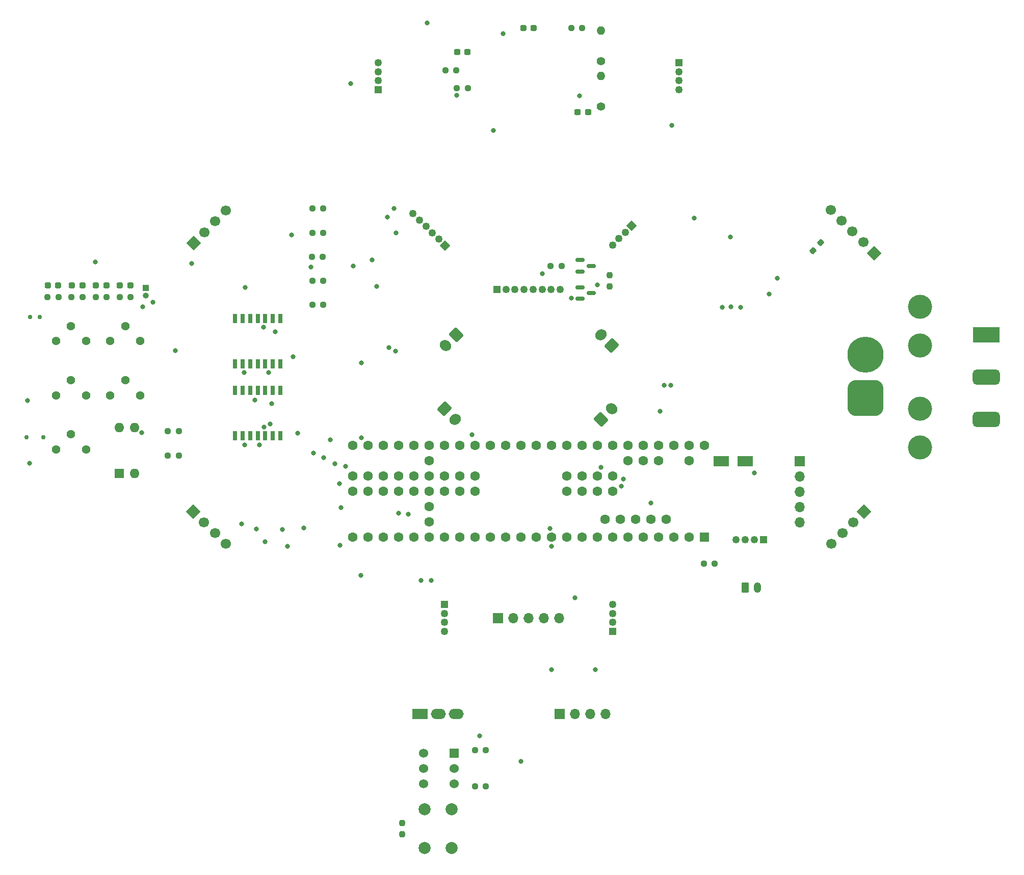
<source format=gts>
G04 #@! TF.GenerationSoftware,KiCad,Pcbnew,(6.0.1)*
G04 #@! TF.CreationDate,2022-02-25T12:40:39+09:00*
G04 #@! TF.ProjectId,main20220221,6d61696e-3230-4323-9230-3232312e6b69,rev?*
G04 #@! TF.SameCoordinates,Original*
G04 #@! TF.FileFunction,Soldermask,Top*
G04 #@! TF.FilePolarity,Negative*
%FSLAX46Y46*%
G04 Gerber Fmt 4.6, Leading zero omitted, Abs format (unit mm)*
G04 Created by KiCad (PCBNEW (6.0.1)) date 2022-02-25 12:40:39*
%MOMM*%
%LPD*%
G01*
G04 APERTURE LIST*
G04 Aperture macros list*
%AMRoundRect*
0 Rectangle with rounded corners*
0 $1 Rounding radius*
0 $2 $3 $4 $5 $6 $7 $8 $9 X,Y pos of 4 corners*
0 Add a 4 corners polygon primitive as box body*
4,1,4,$2,$3,$4,$5,$6,$7,$8,$9,$2,$3,0*
0 Add four circle primitives for the rounded corners*
1,1,$1+$1,$2,$3*
1,1,$1+$1,$4,$5*
1,1,$1+$1,$6,$7*
1,1,$1+$1,$8,$9*
0 Add four rect primitives between the rounded corners*
20,1,$1+$1,$2,$3,$4,$5,0*
20,1,$1+$1,$4,$5,$6,$7,0*
20,1,$1+$1,$6,$7,$8,$9,0*
20,1,$1+$1,$8,$9,$2,$3,0*%
%AMHorizOval*
0 Thick line with rounded ends*
0 $1 width*
0 $2 $3 position (X,Y) of the first rounded end (center of the circle)*
0 $4 $5 position (X,Y) of the second rounded end (center of the circle)*
0 Add line between two ends*
20,1,$1,$2,$3,$4,$5,0*
0 Add two circle primitives to create the rounded ends*
1,1,$1,$2,$3*
1,1,$1,$4,$5*%
%AMRotRect*
0 Rectangle, with rotation*
0 The origin of the aperture is its center*
0 $1 length*
0 $2 width*
0 $3 Rotation angle, in degrees counterclockwise*
0 Add horizontal line*
21,1,$1,$2,0,0,$3*%
G04 Aperture macros list end*
%ADD10RoundRect,0.237500X-0.250000X-0.237500X0.250000X-0.237500X0.250000X0.237500X-0.250000X0.237500X0*%
%ADD11RoundRect,0.237500X-0.287500X-0.237500X0.287500X-0.237500X0.287500X0.237500X-0.287500X0.237500X0*%
%ADD12RoundRect,0.150000X-0.587500X-0.150000X0.587500X-0.150000X0.587500X0.150000X-0.587500X0.150000X0*%
%ADD13C,1.400000*%
%ADD14O,1.400000X1.400000*%
%ADD15R,2.500000X1.800000*%
%ADD16R,1.250000X1.250000*%
%ADD17C,1.250000*%
%ADD18R,1.700000X1.700000*%
%ADD19O,1.700000X1.700000*%
%ADD20RoundRect,0.237500X0.287500X0.237500X-0.287500X0.237500X-0.287500X-0.237500X0.287500X-0.237500X0*%
%ADD21R,1.600000X1.600000*%
%ADD22O,1.600000X1.600000*%
%ADD23R,2.500000X1.700000*%
%ADD24O,2.500000X1.700000*%
%ADD25C,1.431000*%
%ADD26RoundRect,0.237500X0.250000X0.237500X-0.250000X0.237500X-0.250000X-0.237500X0.250000X-0.237500X0*%
%ADD27RoundRect,0.250000X-0.954594X-0.106066X-0.106066X-0.954594X0.954594X0.106066X0.106066X0.954594X0*%
%ADD28HorizOval,1.700000X-0.106066X-0.106066X0.106066X0.106066X0*%
%ADD29RoundRect,0.237500X-0.300000X-0.237500X0.300000X-0.237500X0.300000X0.237500X-0.300000X0.237500X0*%
%ADD30RoundRect,0.250000X0.106066X-0.954594X0.954594X-0.106066X-0.106066X0.954594X-0.954594X0.106066X0*%
%ADD31HorizOval,1.700000X-0.106066X0.106066X0.106066X-0.106066X0*%
%ADD32RoundRect,0.250000X-0.106066X0.954594X-0.954594X0.106066X0.106066X-0.954594X0.954594X-0.106066X0*%
%ADD33R,0.698500X1.597660*%
%ADD34C,4.000000*%
%ADD35R,1.000000X1.000000*%
%ADD36O,1.000000X1.000000*%
%ADD37RoundRect,0.250000X-0.350000X-0.625000X0.350000X-0.625000X0.350000X0.625000X-0.350000X0.625000X0*%
%ADD38O,1.200000X1.750000*%
%ADD39RoundRect,0.237500X0.237500X-0.250000X0.237500X0.250000X-0.237500X0.250000X-0.237500X-0.250000X0*%
%ADD40RoundRect,0.631000X-1.631000X-0.631000X1.631000X-0.631000X1.631000X0.631000X-1.631000X0.631000X0*%
%ADD41R,4.524000X2.524000*%
%ADD42R,1.251000X1.251000*%
%ADD43C,1.251000*%
%ADD44C,2.000000*%
%ADD45RoundRect,1.500000X1.500000X-1.500000X1.500000X1.500000X-1.500000X1.500000X-1.500000X-1.500000X0*%
%ADD46C,6.000000*%
%ADD47RoundRect,0.237500X-0.008839X-0.344715X0.344715X0.008839X0.008839X0.344715X-0.344715X-0.008839X0*%
%ADD48R,1.524000X1.524000*%
%ADD49C,1.524000*%
%ADD50RoundRect,0.250000X0.954594X0.106066X0.106066X0.954594X-0.954594X-0.106066X-0.106066X-0.954594X0*%
%ADD51HorizOval,1.700000X0.106066X0.106066X-0.106066X-0.106066X0*%
%ADD52RotRect,1.251000X1.251000X225.000000*%
%ADD53RotRect,1.251000X1.251000X135.000000*%
%ADD54RotRect,1.700000X1.700000X225.000000*%
%ADD55HorizOval,1.700000X0.000000X0.000000X0.000000X0.000000X0*%
%ADD56C,0.750000*%
%ADD57C,1.600000*%
%ADD58RotRect,1.700000X1.700000X135.000000*%
%ADD59HorizOval,1.700000X0.000000X0.000000X0.000000X0.000000X0*%
%ADD60RotRect,1.700000X1.700000X45.000000*%
%ADD61HorizOval,1.700000X0.000000X0.000000X0.000000X0.000000X0*%
%ADD62RotRect,1.700000X1.700000X315.000000*%
%ADD63HorizOval,1.700000X0.000000X0.000000X0.000000X0.000000X0*%
%ADD64C,0.800000*%
G04 APERTURE END LIST*
D10*
X63087500Y-76735000D03*
X64912500Y-76735000D03*
D11*
X59125000Y-74735000D03*
X60875000Y-74735000D03*
D12*
X143562500Y-70550000D03*
X143562500Y-72450000D03*
X145437500Y-71500000D03*
D13*
X147000000Y-45000000D03*
D14*
X147000000Y-39920000D03*
D15*
X167000000Y-104000000D03*
X171000000Y-104000000D03*
D16*
X129750000Y-75425000D03*
D17*
X131250000Y-75425000D03*
X132750000Y-75425000D03*
X134250000Y-75425000D03*
X135750000Y-75425000D03*
X137250000Y-75425000D03*
X138750000Y-75425000D03*
X140250000Y-75425000D03*
D18*
X140190000Y-146000000D03*
D19*
X142730000Y-146000000D03*
X145270000Y-146000000D03*
X147810000Y-146000000D03*
D20*
X56875000Y-74735000D03*
X55125000Y-74735000D03*
D21*
X67000000Y-106000000D03*
D22*
X69540000Y-106000000D03*
X69540000Y-98380000D03*
X67000000Y-98380000D03*
D10*
X75087500Y-99000000D03*
X76912500Y-99000000D03*
D12*
X143562500Y-75050000D03*
X143562500Y-76950000D03*
X145437500Y-76000000D03*
D10*
X121175000Y-39000000D03*
X123000000Y-39000000D03*
X75087500Y-103000000D03*
X76912500Y-103000000D03*
X99000000Y-70000000D03*
X100825000Y-70000000D03*
D23*
X117000000Y-146000000D03*
D24*
X120000000Y-146000000D03*
X123000000Y-146000000D03*
D25*
X56500000Y-84000000D03*
X59000000Y-81500000D03*
X61500000Y-84000000D03*
D26*
X127912500Y-152000000D03*
X126087500Y-152000000D03*
D27*
X121000000Y-95232200D03*
D28*
X122767767Y-96999967D03*
D29*
X143137500Y-46000000D03*
X144862500Y-46000000D03*
D30*
X147000000Y-97000000D03*
D31*
X148767767Y-95232233D03*
D32*
X123000000Y-83000000D03*
D31*
X121232233Y-84767767D03*
D16*
X174000000Y-117000000D03*
D17*
X172500000Y-117000000D03*
X171000000Y-117000000D03*
X169500000Y-117000000D03*
D33*
X86192540Y-99764280D03*
X87462540Y-99764280D03*
X88732540Y-99764280D03*
X90000000Y-99764280D03*
X91267460Y-99764280D03*
X92537460Y-99764280D03*
X93807460Y-99764280D03*
X93807460Y-92235720D03*
X92537460Y-92235720D03*
X91267460Y-92235720D03*
X90000000Y-92235720D03*
X88732540Y-92235720D03*
X87462540Y-92235720D03*
X86192540Y-92235720D03*
D34*
X200000000Y-84754000D03*
X200000000Y-95246000D03*
X200000000Y-78316000D03*
X200000000Y-101684000D03*
D35*
X71374000Y-75184000D03*
D36*
X71374000Y-76454000D03*
D37*
X171000000Y-125000000D03*
D38*
X173000000Y-125000000D03*
D39*
X114000000Y-165912500D03*
X114000000Y-164087500D03*
D40*
X211000000Y-97000000D03*
D41*
X211000000Y-83000000D03*
D40*
X211000000Y-90000000D03*
D42*
X110000000Y-42250000D03*
D43*
X110000000Y-40750000D03*
X110000000Y-39250000D03*
X110000000Y-37750000D03*
D25*
X65500000Y-93000000D03*
X68000000Y-90500000D03*
X70500000Y-93000000D03*
D11*
X134125000Y-32000000D03*
X135875000Y-32000000D03*
D26*
X127912500Y-158000000D03*
X126087500Y-158000000D03*
D13*
X147000000Y-37540000D03*
D14*
X147000000Y-32460000D03*
D44*
X117750000Y-161750000D03*
X117750000Y-168250000D03*
X122250000Y-168250000D03*
X122250000Y-161750000D03*
D45*
X191000000Y-93500000D03*
D46*
X191000000Y-86300000D03*
D33*
X86192540Y-87764280D03*
X87462540Y-87764280D03*
X88732540Y-87764280D03*
X90000000Y-87764280D03*
X91267460Y-87764280D03*
X92537460Y-87764280D03*
X93807460Y-87764280D03*
X93807460Y-80235720D03*
X92537460Y-80235720D03*
X91267460Y-80235720D03*
X90000000Y-80235720D03*
X88732540Y-80235720D03*
X87462540Y-80235720D03*
X86192540Y-80235720D03*
D42*
X121000000Y-127750000D03*
D43*
X121000000Y-129250000D03*
X121000000Y-130750000D03*
X121000000Y-132250000D03*
D11*
X67125000Y-74735000D03*
X68875000Y-74735000D03*
X63125000Y-74735000D03*
X64875000Y-74735000D03*
D47*
X182234765Y-68971235D03*
X183525235Y-67680765D03*
D26*
X56912500Y-76735000D03*
X55087500Y-76735000D03*
D25*
X65500000Y-84000000D03*
X68000000Y-81500000D03*
X70500000Y-84000000D03*
X56500000Y-93000000D03*
X59000000Y-90500000D03*
X61500000Y-93000000D03*
D18*
X129925000Y-130000000D03*
D19*
X132465000Y-130000000D03*
X135005000Y-130000000D03*
X137545000Y-130000000D03*
X140085000Y-130000000D03*
D10*
X123087500Y-42000000D03*
X124912500Y-42000000D03*
D48*
X122645000Y-152460000D03*
D49*
X122645000Y-155000000D03*
X122645000Y-157540000D03*
X117565000Y-152460000D03*
X117565000Y-155000000D03*
X117565000Y-157540000D03*
D10*
X99087500Y-78000000D03*
X100912500Y-78000000D03*
X138660500Y-71501000D03*
X140485500Y-71501000D03*
X99087500Y-62000000D03*
X100912500Y-62000000D03*
X99087500Y-74000000D03*
X100912500Y-74000000D03*
X164087500Y-121000000D03*
X165912500Y-121000000D03*
D39*
X148500000Y-74912500D03*
X148500000Y-73087500D03*
D50*
X148767800Y-84767800D03*
D51*
X147000033Y-83000033D03*
D25*
X56500000Y-102000000D03*
X59000000Y-99500000D03*
X61500000Y-102000000D03*
D52*
X152121290Y-64878710D03*
D43*
X151060630Y-65939370D03*
X149999970Y-67000030D03*
X148939310Y-68060690D03*
D10*
X99087500Y-66000000D03*
X100912500Y-66000000D03*
D29*
X123137500Y-36000000D03*
X124862500Y-36000000D03*
D42*
X160000000Y-37750000D03*
D43*
X160000000Y-39250000D03*
X160000000Y-40750000D03*
X160000000Y-42250000D03*
D53*
X121121300Y-68121300D03*
D43*
X120060640Y-67060640D03*
X118999980Y-65999980D03*
X117939319Y-64939319D03*
X116878659Y-63878659D03*
X115817999Y-62817999D03*
D26*
X143912500Y-32000000D03*
X142087500Y-32000000D03*
D10*
X59087500Y-76735000D03*
X60912500Y-76735000D03*
X67087500Y-76735000D03*
X68912500Y-76735000D03*
D42*
X149000000Y-132250000D03*
D43*
X149000000Y-130750000D03*
X149000000Y-129250000D03*
X149000000Y-127750000D03*
D54*
X79295300Y-112330700D03*
D55*
X81091351Y-114126751D03*
X82887402Y-115922802D03*
X84683454Y-117718854D03*
D18*
X180000000Y-103925000D03*
D19*
X180000000Y-106465000D03*
X180000000Y-109005000D03*
X180000000Y-111545000D03*
X180000000Y-114085000D03*
D56*
X51625000Y-100000000D03*
X54375000Y-100000000D03*
D21*
X164210000Y-116620000D03*
D57*
X161670000Y-116620000D03*
X159130000Y-116620000D03*
X156590000Y-116620000D03*
X154050000Y-116620000D03*
X151510000Y-116620000D03*
X148970000Y-116620000D03*
X146430000Y-116620000D03*
X143890000Y-116620000D03*
X141350000Y-116620000D03*
X138810000Y-116620000D03*
X136270000Y-116620000D03*
X133730000Y-116620000D03*
X131190000Y-116620000D03*
X128650000Y-116620000D03*
X126110000Y-116620000D03*
X123570000Y-116620000D03*
X121030000Y-116620000D03*
X118490000Y-116620000D03*
X115950000Y-116620000D03*
X113410000Y-116620000D03*
X110870000Y-116620000D03*
X108330000Y-116620000D03*
X105790000Y-116620000D03*
X118490000Y-114080000D03*
X118490000Y-111540000D03*
X118490000Y-109000000D03*
X118490000Y-106460000D03*
X118490000Y-103920000D03*
X105790000Y-101380000D03*
X108330000Y-101380000D03*
X110870000Y-101380000D03*
X113410000Y-101380000D03*
X115950000Y-101380000D03*
X118490000Y-101380000D03*
X121030000Y-101380000D03*
X123570000Y-101380000D03*
X126110000Y-101380000D03*
X128650000Y-101380000D03*
X131190000Y-101380000D03*
X133730000Y-101380000D03*
X136270000Y-101380000D03*
X138810000Y-101380000D03*
X141350000Y-101380000D03*
X143890000Y-101380000D03*
X146430000Y-101380000D03*
X148970000Y-101380000D03*
X151510000Y-101380000D03*
X154050000Y-101380000D03*
X156590000Y-101380000D03*
X159130000Y-101380000D03*
X161670000Y-101380000D03*
X164210000Y-101380000D03*
X161670000Y-103920000D03*
X156590000Y-103920000D03*
X154050000Y-103920000D03*
X151510000Y-103920000D03*
X157860000Y-113620000D03*
X155320000Y-113620000D03*
X152780000Y-113620000D03*
X150240000Y-113620000D03*
X147700000Y-113620000D03*
X148970000Y-109000000D03*
X146430000Y-109000000D03*
X143890000Y-109000000D03*
X141350000Y-109000000D03*
X126110000Y-109000000D03*
X123570000Y-109000000D03*
X121030000Y-109000000D03*
X115950000Y-109000000D03*
X113410000Y-109000000D03*
X110870000Y-109000000D03*
X108330000Y-109000000D03*
X105790000Y-109000000D03*
X105790000Y-106460000D03*
X108330000Y-106460000D03*
X110870000Y-106460000D03*
X113410000Y-106460000D03*
X115950000Y-106460000D03*
X121030000Y-106460000D03*
X123570000Y-106460000D03*
X126110000Y-106460000D03*
X141350000Y-106460000D03*
X143890000Y-106460000D03*
X146430000Y-106460000D03*
X148970000Y-106460000D03*
D56*
X52200000Y-80000000D03*
X53800000Y-80000000D03*
D58*
X190704700Y-112330700D03*
D59*
X188908649Y-114126751D03*
X187112598Y-115922802D03*
X185316546Y-117718854D03*
D60*
X192388200Y-69388200D03*
D61*
X190592149Y-67592149D03*
X188796098Y-65796098D03*
X187000046Y-64000046D03*
X185203995Y-62203995D03*
D62*
X79330700Y-67704700D03*
D63*
X81126751Y-65908649D03*
X82922802Y-64112598D03*
X84718854Y-62316546D03*
D64*
X130744000Y-32913500D03*
X94911100Y-118105500D03*
X99258700Y-102568400D03*
X52150000Y-104263600D03*
X143504000Y-43298000D03*
X146460500Y-74680900D03*
X142115800Y-76842000D03*
X172466000Y-105918000D03*
X176276000Y-73533000D03*
X170180000Y-78359000D03*
X129159000Y-48990500D03*
X168529000Y-66675000D03*
X167132000Y-78359000D03*
X168572000Y-78316000D03*
X118806900Y-123766300D03*
X117125300Y-123766300D03*
X107139500Y-122965100D03*
X105489900Y-41225300D03*
X104604800Y-104844900D03*
X174998400Y-76155000D03*
X103604200Y-107709200D03*
X118109300Y-31161800D03*
X158582300Y-91311300D03*
X156804100Y-95647100D03*
X138850400Y-118124900D03*
X138572600Y-115163600D03*
X108992400Y-70486800D03*
X158824300Y-48195200D03*
X162523900Y-63600400D03*
X157490600Y-91319300D03*
X138814900Y-138558600D03*
X70769500Y-99227600D03*
X146075600Y-138558600D03*
X51794100Y-93917700D03*
X112655900Y-62000000D03*
X112953100Y-66000000D03*
X102023700Y-100434000D03*
X62999600Y-70862100D03*
X79015200Y-71137200D03*
X142681700Y-126693100D03*
X111768000Y-85098100D03*
X112895400Y-85694300D03*
X111511800Y-63415100D03*
X109761400Y-74922000D03*
X150752800Y-106896500D03*
X95895600Y-86590200D03*
X107267800Y-87651800D03*
X95620500Y-66412600D03*
X155284100Y-110863900D03*
X107267800Y-100091900D03*
X137262300Y-72819700D03*
X102815800Y-104373400D03*
X98867500Y-71733700D03*
X150444800Y-108082300D03*
X87748400Y-89214100D03*
X91229000Y-117330100D03*
X90296500Y-101234900D03*
X125617100Y-99548900D03*
X103809800Y-111688100D03*
X91810800Y-89226000D03*
X92076300Y-97752700D03*
X103630300Y-117974800D03*
X92286000Y-94403400D03*
X92934200Y-82458100D03*
X94119500Y-115303900D03*
X91073000Y-98251800D03*
X90997700Y-81702600D03*
X115022000Y-112793900D03*
X113410000Y-112591800D03*
X123087500Y-43138600D03*
X126907100Y-149616700D03*
X133734800Y-153839200D03*
X96669400Y-99316600D03*
X72615600Y-77555700D03*
X70929400Y-78331000D03*
X87340800Y-114418900D03*
X76301300Y-85611500D03*
X89826800Y-115236700D03*
X147037700Y-104983800D03*
X100921300Y-103350100D03*
X87957700Y-75058100D03*
X87845600Y-101218900D03*
X89519700Y-93800700D03*
X105831200Y-71501000D03*
X97643200Y-115016300D03*
M02*

</source>
